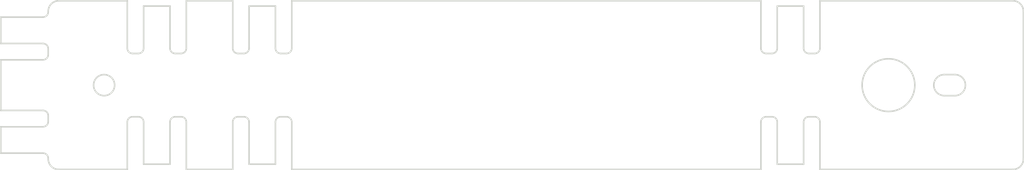
<source format=kicad_pcb>
(kicad_pcb (version 4) (host pcbnew 4.0.6)

  (general
    (links 0)
    (no_connects 0)
    (area 101.924999 91.924999 199.075001 108.075001)
    (thickness 0.8)
    (drawings 104)
    (tracks 0)
    (zones 0)
    (modules 0)
    (nets 1)
  )

  (page A4)
  (title_block
    (title H633Y+PCB01)
    (date 2011-10-17)
    (rev A)
    (company Bachmann)
  )

  (layers
    (0 F.Cu signal)
    (31 B.Cu signal)
    (32 B.Adhes user)
    (33 F.Adhes user)
    (34 B.Paste user)
    (35 F.Paste user)
    (36 B.SilkS user)
    (37 F.SilkS user)
    (38 B.Mask user)
    (39 F.Mask user)
    (40 Dwgs.User user)
    (41 Cmts.User user)
    (42 Eco1.User user)
    (43 Eco2.User user)
    (44 Edge.Cuts user)
    (45 Margin user)
    (46 B.CrtYd user)
    (47 F.CrtYd user)
    (48 B.Fab user)
    (49 F.Fab user)
  )

  (setup
    (last_trace_width 0.25)
    (trace_clearance 0.2)
    (zone_clearance 0.508)
    (zone_45_only no)
    (trace_min 0.2)
    (segment_width 0.2)
    (edge_width 0.15)
    (via_size 0.6)
    (via_drill 0.4)
    (via_min_size 0.4)
    (via_min_drill 0.3)
    (uvia_size 0.3)
    (uvia_drill 0.1)
    (uvias_allowed no)
    (uvia_min_size 0.2)
    (uvia_min_drill 0.1)
    (pcb_text_width 0.3)
    (pcb_text_size 1.5 1.5)
    (mod_edge_width 0.15)
    (mod_text_size 1 1)
    (mod_text_width 0.15)
    (pad_size 1.524 1.524)
    (pad_drill 0.762)
    (pad_to_mask_clearance 0.2)
    (aux_axis_origin 0 0)
    (visible_elements FFFFFF7F)
    (pcbplotparams
      (layerselection 0x00030_80000001)
      (usegerberextensions false)
      (excludeedgelayer true)
      (linewidth 0.100000)
      (plotframeref false)
      (viasonmask false)
      (mode 1)
      (useauxorigin false)
      (hpglpennumber 1)
      (hpglpenspeed 20)
      (hpglpendiameter 15)
      (hpglpenoverlay 2)
      (psnegative false)
      (psa4output false)
      (plotreference true)
      (plotvalue true)
      (plotinvisibletext false)
      (padsonsilk false)
      (subtractmaskfromsilk false)
      (outputformat 1)
      (mirror false)
      (drillshape 1)
      (scaleselection 1)
      (outputdirectory images))
  )

  (net 0 "")

  (net_class Default "This is the default net class."
    (clearance 0.2)
    (trace_width 0.25)
    (via_dia 0.6)
    (via_drill 0.4)
    (uvia_dia 0.3)
    (uvia_drill 0.1)
  )

  (gr_arc (start 174.15 96.5) (end 174.65 96.5) (angle 90) (layer Edge.Cuts) (width 0.15) (tstamp 58CEE5DA))
  (gr_line (start 173.6 97) (end 174.15 97) (layer Edge.Cuts) (width 0.15) (tstamp 58CEE5D9))
  (gr_arc (start 173.6 96.5) (end 173.6 97) (angle 90) (layer Edge.Cuts) (width 0.15) (tstamp 58CEE5D8))
  (gr_arc (start 178.2 96.5) (end 178.7 96.5) (angle 90) (layer Edge.Cuts) (width 0.15) (tstamp 58CEE5D7))
  (gr_line (start 177.65 97) (end 178.2 97) (layer Edge.Cuts) (width 0.15) (tstamp 58CEE5D6))
  (gr_arc (start 177.65 96.5) (end 177.65 97) (angle 90) (layer Edge.Cuts) (width 0.15) (tstamp 58CEE5D5))
  (gr_arc (start 117.55 96.5) (end 117.55 97) (angle 90) (layer Edge.Cuts) (width 0.15) (tstamp 58CEE5CF))
  (gr_arc (start 114.05 96.5) (end 114.55 96.5) (angle 90) (layer Edge.Cuts) (width 0.15) (tstamp 58CEE5CE))
  (gr_line (start 113.5 97) (end 114.05 97) (layer Edge.Cuts) (width 0.15) (tstamp 58CEE5CD))
  (gr_arc (start 113.5 96.5) (end 113.5 97) (angle 90) (layer Edge.Cuts) (width 0.15) (tstamp 58CEE5CC))
  (gr_line (start 117.55 97) (end 118.1 97) (layer Edge.Cuts) (width 0.15) (tstamp 58CEE5CB))
  (gr_arc (start 124.05 96.5) (end 124.55 96.5) (angle 90) (layer Edge.Cuts) (width 0.15) (tstamp 58CEE5CA))
  (gr_line (start 123.5 97) (end 124.05 97) (layer Edge.Cuts) (width 0.15) (tstamp 58CEE5C9))
  (gr_arc (start 123.5 96.5) (end 123.5 97) (angle 90) (layer Edge.Cuts) (width 0.15) (tstamp 58CEE5C8))
  (gr_arc (start 118.1 96.5) (end 118.6 96.5) (angle 90) (layer Edge.Cuts) (width 0.15) (tstamp 58CEE5C7))
  (gr_line (start 127.55 97) (end 128.1 97) (layer Edge.Cuts) (width 0.15) (tstamp 58CEE5C6))
  (gr_arc (start 128.1 96.5) (end 128.6 96.5) (angle 90) (layer Edge.Cuts) (width 0.15) (tstamp 58CEE5C5))
  (gr_arc (start 127.55 96.5) (end 127.55 97) (angle 90) (layer Edge.Cuts) (width 0.15) (tstamp 58CEE5C4))
  (gr_arc (start 106.5 93) (end 105.5 93) (angle 90) (layer Edge.Cuts) (width 0.15))
  (gr_line (start 105.5 97.1) (end 105.5 96.55) (layer Edge.Cuts) (width 0.15) (tstamp 58CEE599))
  (gr_arc (start 105 96.55) (end 105 96.05) (angle 90) (layer Edge.Cuts) (width 0.15) (tstamp 58CEE598))
  (gr_arc (start 105 97.1) (end 105.5 97.1) (angle 90) (layer Edge.Cuts) (width 0.15) (tstamp 58CEE597))
  (gr_arc (start 105 93.05) (end 105.5 93.05) (angle 90) (layer Edge.Cuts) (width 0.15) (tstamp 58CEE596))
  (gr_line (start 105.5 93.05) (end 105.5 93) (layer Edge.Cuts) (width 0.15) (tstamp 58CEE595))
  (gr_arc (start 106.5 107) (end 106.5 108) (angle 90) (layer Edge.Cuts) (width 0.15))
  (gr_line (start 105.5 107) (end 105.5 106.95) (layer Edge.Cuts) (width 0.15) (tstamp 58CEE52C))
  (gr_arc (start 105 106.95) (end 105 106.45) (angle 90) (layer Edge.Cuts) (width 0.15) (tstamp 58CEE52D))
  (gr_line (start 105.5 103.45) (end 105.5 102.9) (layer Edge.Cuts) (width 0.15) (tstamp 58CEE52A))
  (gr_arc (start 105 102.9) (end 105 102.4) (angle 90) (layer Edge.Cuts) (width 0.15) (tstamp 58CEE529))
  (gr_arc (start 105 103.45) (end 105.5 103.45) (angle 90) (layer Edge.Cuts) (width 0.15) (tstamp 58CEE528))
  (gr_arc (start 118.1 103.5) (end 118.1 103) (angle 90) (layer Edge.Cuts) (width 0.15) (tstamp 58CEE50D))
  (gr_arc (start 117.55 103.5) (end 117.05 103.5) (angle 90) (layer Edge.Cuts) (width 0.15) (tstamp 58CEE50C))
  (gr_line (start 118.1 103) (end 117.55 103) (layer Edge.Cuts) (width 0.15) (tstamp 58CEE50B))
  (gr_arc (start 114.05 103.5) (end 114.05 103) (angle 90) (layer Edge.Cuts) (width 0.15) (tstamp 58CEE50A))
  (gr_line (start 114.05 103) (end 113.5 103) (layer Edge.Cuts) (width 0.15) (tstamp 58CEE509))
  (gr_arc (start 113.5 103.5) (end 113 103.5) (angle 90) (layer Edge.Cuts) (width 0.15) (tstamp 58CEE508))
  (gr_line (start 128.1 103) (end 127.55 103) (layer Edge.Cuts) (width 0.15) (tstamp 58CEE4F6))
  (gr_arc (start 128.1 103.5) (end 128.1 103) (angle 90) (layer Edge.Cuts) (width 0.15) (tstamp 58CEE4F5))
  (gr_arc (start 127.55 103.5) (end 127.05 103.5) (angle 90) (layer Edge.Cuts) (width 0.15) (tstamp 58CEE4F4))
  (gr_arc (start 124.05 103.5) (end 124.05 103) (angle 90) (layer Edge.Cuts) (width 0.15) (tstamp 58CEE4F3))
  (gr_arc (start 123.5 103.5) (end 123 103.5) (angle 90) (layer Edge.Cuts) (width 0.15) (tstamp 58CEE4F2))
  (gr_line (start 124.05 103) (end 123.5 103) (layer Edge.Cuts) (width 0.15) (tstamp 58CEE4F1))
  (gr_line (start 178.2 103) (end 177.65 103) (layer Edge.Cuts) (width 0.15) (tstamp 58CEE4C8))
  (gr_arc (start 178.2 103.5) (end 178.2 103) (angle 90) (layer Edge.Cuts) (width 0.15) (tstamp 58CEE4C7))
  (gr_arc (start 177.65 103.5) (end 177.15 103.5) (angle 90) (layer Edge.Cuts) (width 0.15) (tstamp 58CEE4C6))
  (gr_circle (center 110.8 100) (end 109.8 100) (layer Edge.Cuts) (width 0.15))
  (gr_arc (start 191.5 100) (end 191.5 99) (angle 180) (layer Edge.Cuts) (width 0.15))
  (gr_arc (start 190.5 100) (end 190.5 101) (angle 180) (layer Edge.Cuts) (width 0.15))
  (gr_line (start 190.5 99) (end 191.5 99) (layer Edge.Cuts) (width 0.15))
  (gr_line (start 191.5 101) (end 190.5 101) (layer Edge.Cuts) (width 0.15))
  (gr_line (start 174.15 103) (end 173.6 103) (layer Edge.Cuts) (width 0.15))
  (gr_arc (start 173.6 103.5) (end 173.1 103.5) (angle 90) (layer Edge.Cuts) (width 0.15))
  (gr_arc (start 174.15 103.5) (end 174.15 103) (angle 90) (layer Edge.Cuts) (width 0.15))
  (gr_circle (center 185.2 100) (end 182.7 100) (layer Edge.Cuts) (width 0.15))
  (gr_arc (start 197 93) (end 197 92) (angle 90) (layer Edge.Cuts) (width 0.15))
  (gr_arc (start 197 107) (end 198 107) (angle 90) (layer Edge.Cuts) (width 0.15))
  (gr_line (start 105 102.4) (end 101 102.4) (layer Edge.Cuts) (width 0.15))
  (gr_line (start 105 106.45) (end 101 106.45) (layer Edge.Cuts) (width 0.15) (tstamp 58CCAF57))
  (gr_line (start 101 103.95) (end 105 103.95) (layer Edge.Cuts) (width 0.15) (tstamp 58CCAF55))
  (gr_line (start 101 106.45) (end 101 103.95) (layer Edge.Cuts) (width 0.15) (tstamp 58CCAF54))
  (gr_line (start 101 97.6) (end 105 97.6) (layer Edge.Cuts) (width 0.15))
  (gr_line (start 105 96.05) (end 101 96.05) (layer Edge.Cuts) (width 0.15))
  (gr_line (start 101 93.55) (end 105 93.55) (layer Edge.Cuts) (width 0.15))
  (gr_line (start 101 96.05) (end 101 93.55) (layer Edge.Cuts) (width 0.15))
  (gr_line (start 113 108) (end 106.5 108) (layer Edge.Cuts) (width 0.15))
  (gr_line (start 123 108) (end 118.6 108) (layer Edge.Cuts) (width 0.15))
  (gr_line (start 106.5 92) (end 113 92) (layer Edge.Cuts) (width 0.15))
  (gr_line (start 118.6 92) (end 123 92) (layer Edge.Cuts) (width 0.15))
  (gr_line (start 118.6 96.5) (end 118.6 92) (layer Edge.Cuts) (width 0.15) (tstamp 58CCAD3E))
  (gr_line (start 118.6 108) (end 118.6 103.5) (layer Edge.Cuts) (width 0.15) (tstamp 58CCAD3C))
  (gr_line (start 117.05 107.5) (end 114.55 107.5) (layer Edge.Cuts) (width 0.15) (tstamp 58CCAD3B))
  (gr_line (start 114.55 107.5) (end 114.55 103.5) (layer Edge.Cuts) (width 0.15) (tstamp 58CCAD39))
  (gr_line (start 117.05 103.5) (end 117.05 107.5) (layer Edge.Cuts) (width 0.15) (tstamp 58CCAD38))
  (gr_line (start 114.55 92.5) (end 117.05 92.5) (layer Edge.Cuts) (width 0.15) (tstamp 58CCAD37))
  (gr_line (start 117.05 92.5) (end 117.05 96.5) (layer Edge.Cuts) (width 0.15) (tstamp 58CCAD36))
  (gr_line (start 114.55 96.5) (end 114.55 92.5) (layer Edge.Cuts) (width 0.15) (tstamp 58CCAD34))
  (gr_line (start 113 103.5) (end 113 108) (layer Edge.Cuts) (width 0.15) (tstamp 58CCAD33))
  (gr_line (start 113 92) (end 113 96.5) (layer Edge.Cuts) (width 0.15) (tstamp 58CCAD32))
  (gr_line (start 128.6 96.5) (end 128.6 92) (layer Edge.Cuts) (width 0.15) (tstamp 58CCACC3))
  (gr_line (start 128.6 108) (end 128.6 103.5) (layer Edge.Cuts) (width 0.15) (tstamp 58CCACC1))
  (gr_line (start 127.05 107.5) (end 124.55 107.5) (layer Edge.Cuts) (width 0.15) (tstamp 58CCACC0))
  (gr_line (start 124.55 107.5) (end 124.55 103.5) (layer Edge.Cuts) (width 0.15) (tstamp 58CCACBE))
  (gr_line (start 127.05 103.5) (end 127.05 107.5) (layer Edge.Cuts) (width 0.15) (tstamp 58CCACBD))
  (gr_line (start 124.55 92.5) (end 127.05 92.5) (layer Edge.Cuts) (width 0.15) (tstamp 58CCACBC))
  (gr_line (start 127.05 92.5) (end 127.05 96.5) (layer Edge.Cuts) (width 0.15) (tstamp 58CCACBB))
  (gr_line (start 124.55 96.5) (end 124.55 92.5) (layer Edge.Cuts) (width 0.15) (tstamp 58CCACB9))
  (gr_line (start 123 103.5) (end 123 108) (layer Edge.Cuts) (width 0.15) (tstamp 58CCACB8))
  (gr_line (start 123 92) (end 123 96.5) (layer Edge.Cuts) (width 0.15) (tstamp 58CCACB7))
  (gr_line (start 128.6 92) (end 173.1 92) (layer Edge.Cuts) (width 0.15))
  (gr_line (start 174.65 96.5) (end 174.65 92.5) (layer Edge.Cuts) (width 0.15) (tstamp 58CCAC2E))
  (gr_line (start 173.1 92) (end 173.1 96.5) (layer Edge.Cuts) (width 0.15) (tstamp 58CCAC2C))
  (gr_line (start 177.15 92.5) (end 177.15 96.5) (layer Edge.Cuts) (width 0.15) (tstamp 58CCAC2B))
  (gr_line (start 174.65 92.5) (end 177.15 92.5) (layer Edge.Cuts) (width 0.15) (tstamp 58CCAC2A))
  (gr_line (start 178.7 96.5) (end 178.7 92) (layer Edge.Cuts) (width 0.15) (tstamp 58CCAC28))
  (gr_line (start 173.1 108) (end 128.6 108) (layer Edge.Cuts) (width 0.15))
  (gr_line (start 197 108) (end 178.7 108) (layer Edge.Cuts) (width 0.15))
  (gr_line (start 174.65 107.5) (end 174.65 103.5) (layer Edge.Cuts) (width 0.15))
  (gr_line (start 177.15 107.5) (end 174.65 107.5) (layer Edge.Cuts) (width 0.15))
  (gr_line (start 177.15 103.5) (end 177.15 107.5) (layer Edge.Cuts) (width 0.15))
  (gr_line (start 173.1 103.5) (end 173.1 108) (layer Edge.Cuts) (width 0.15))
  (gr_line (start 178.7 108) (end 178.7 103.5) (layer Edge.Cuts) (width 0.15))
  (gr_line (start 198 93) (end 198 107) (layer Edge.Cuts) (width 0.15))
  (gr_line (start 178.7 92) (end 197 92) (layer Edge.Cuts) (width 0.15))
  (gr_line (start 101 102.4) (end 101 97.6) (layer Edge.Cuts) (width 0.15))

)

</source>
